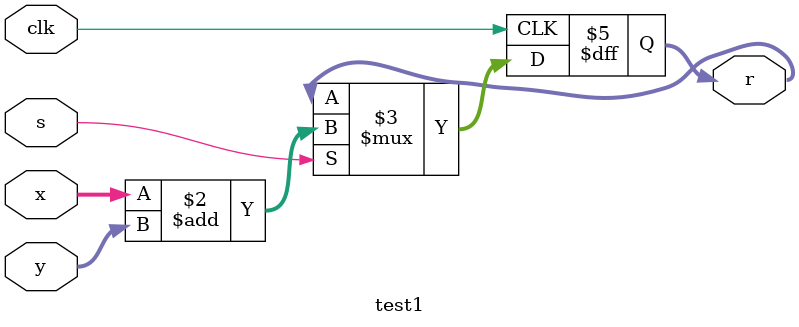
<source format=v>
`include "primitives.v"
`include "sky130_fd_sc_hd.v"
`timescale 1ns/1ns


module test1(input [3:0] x, y, input s, input clk, output [3:0] r);
	reg [3:0] r;
	always @(posedge clk)
		if(s) r <= x + y;
endmodule

</source>
